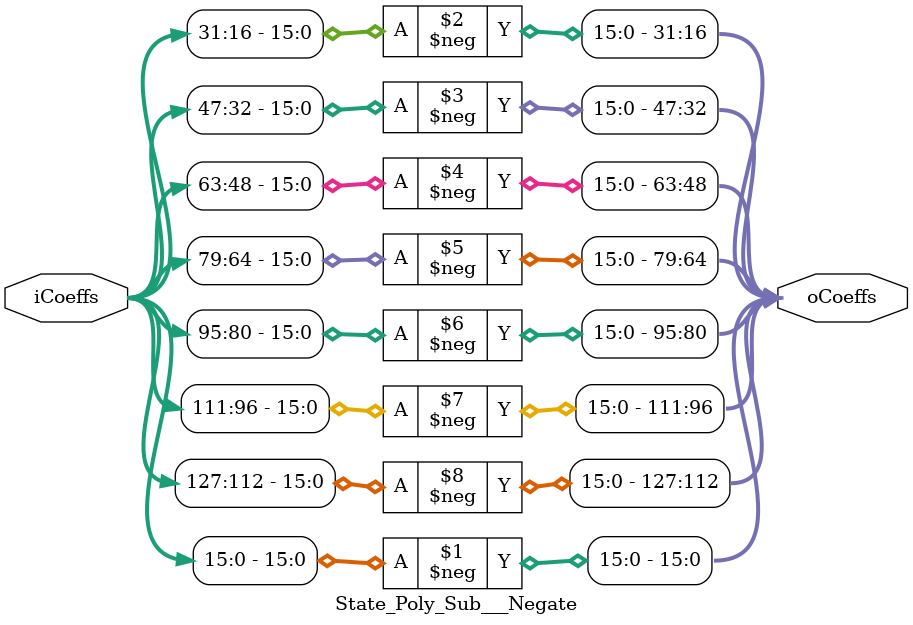
<source format=v>
module State_Poly_Sub___Negate #(
  parameter i_Coeffs_Width = 128,
  parameter o_Coeffs_Width = 128
) (
  input         [i_Coeffs_Width-1 : 0] iCoeffs,
  output signed [o_Coeffs_Width-1 : 0] oCoeffs
);

assign oCoeffs[ 15 -: 16] = $signed(-iCoeffs[ 15 -: 16]);
assign oCoeffs[ 31 -: 16] = $signed(-iCoeffs[ 31 -: 16]);
assign oCoeffs[ 47 -: 16] = $signed(-iCoeffs[ 47 -: 16]);
assign oCoeffs[ 63 -: 16] = $signed(-iCoeffs[ 63 -: 16]);
assign oCoeffs[ 79 -: 16] = $signed(-iCoeffs[ 79 -: 16]);
assign oCoeffs[ 95 -: 16] = $signed(-iCoeffs[ 95 -: 16]);
assign oCoeffs[111 -: 16] = $signed(-iCoeffs[111 -: 16]);
assign oCoeffs[127 -: 16] = $signed(-iCoeffs[127 -: 16]);

endmodule
</source>
